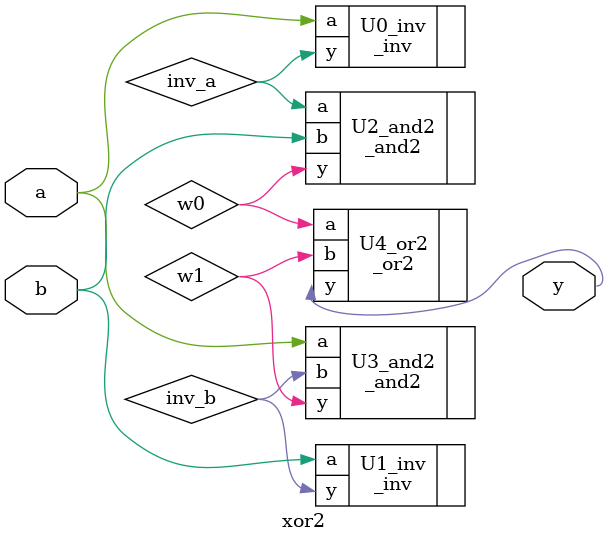
<source format=v>
module xor2 (a, b, y) ;
	input a, b ;
	output y ;

	wire inv_a, inv_b ;
	wire w0, w1 ;
	_inv U0_inv(.a(a), .y(inv_a));
	_inv U1_inv(.a(b), .y(inv_b));
	_and2 U2_and2(.a(inv_a), .b(b), .y(w0));
	_and2 U3_and2(.a(a),.b(inv_b), .y(w1));
	_or2 U4_or2(.a(w0), .b(w1),.y(y));
	
endmodule

</source>
